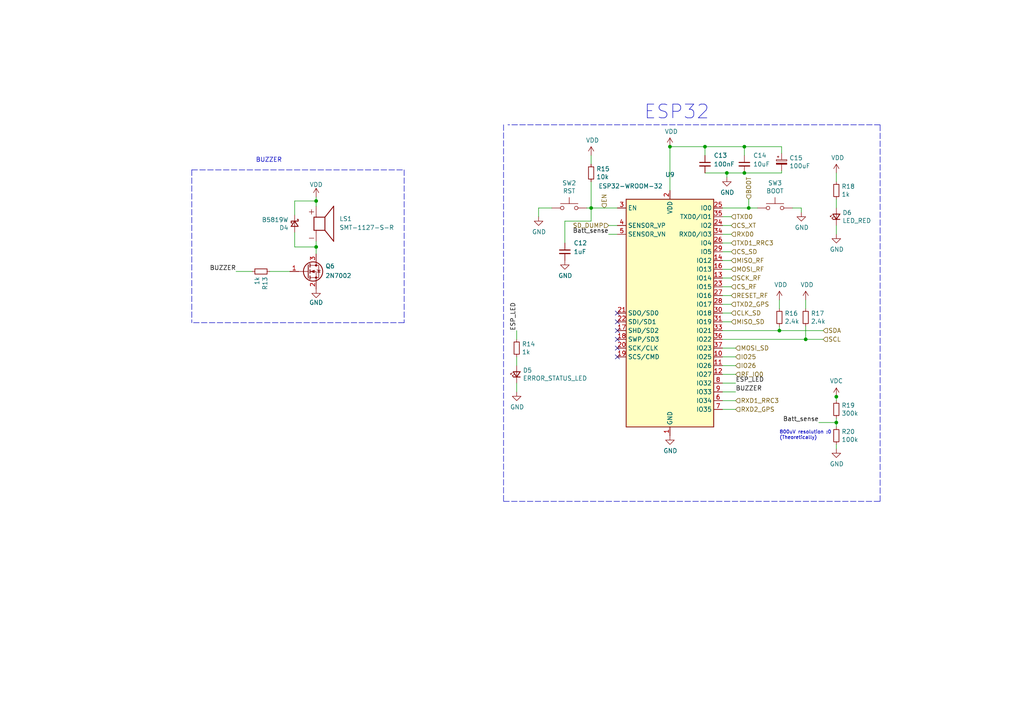
<source format=kicad_sch>
(kicad_sch (version 20211123) (generator eeschema)
  (paper "A4")
  (lib_symbols
    (symbol "Device:CP_Small" (pin_numbers hide) (pin_names (offset 0.254) hide)
      (property "Reference" "C" (at 0.254 1.778 0))
      (property "Value" "Device_CP_Small" (at 0.254 -2.032 0))
      (symbol "CP_Small_0_1"
        (rectangle (start -1.524 -0.3048) (end 1.524 -0.6858) (fill (type outline)))
        (rectangle (start -1.524 0.6858) (end 1.524 0.3048))
        (polyline (pts (xy -1.27 1.524) (xy -0.762 1.524)))
        (polyline (pts (xy -1.016 1.27) (xy -1.016 1.778)))
      )
      (symbol "CP_Small_1_1"
        (pin passive line (at 0 2.54 270) (length 1.8542) (name "~") (number "1"))
        (pin passive line (at 0 -2.54 90) (length 1.8542) (name "~") (number "2"))
      )
    )
    (symbol "Device:C_Small" (pin_numbers hide) (pin_names (offset 0.254) hide)
      (property "Reference" "C" (at 0.254 1.778 0))
      (property "Value" "C_Small" (at 0.254 -2.032 0))
      (symbol "C_Small_0_1"
        (polyline (pts (xy -1.524 -0.508) (xy 1.524 -0.508)) (stroke (width 0.3302)))
        (polyline (pts (xy -1.524 0.508) (xy 1.524 0.508)) (stroke (width 0.3048)))
      )
      (symbol "C_Small_1_1"
        (pin passive line (at 0 2.54 270) (length 2.032) (name "~") (number "1"))
        (pin passive line (at 0 -2.54 90) (length 2.032) (name "~") (number "2"))
      )
    )
    (symbol "Device:D_Schottky_Small" (pin_numbers hide) (pin_names (offset 0.254) hide)
      (property "Reference" "D" (at -1.27 2.032 0))
      (property "Value" "D_Schottky_Small" (at -7.112 -2.032 0))
      (symbol "D_Schottky_Small_0_1"
        (polyline (pts (xy -0.762 0) (xy 0.762 0)))
        (polyline (pts (xy 0.762 -1.016) (xy -0.762 0) (xy 0.762 1.016) (xy 0.762 -1.016)) (stroke (width 0.254)))
        (polyline (pts (xy -1.27 0.762) (xy -1.27 1.016) (xy -0.762 1.016) (xy -0.762 -1.016) (xy -0.254 -1.016) (xy -0.254 -0.762)) (stroke (width 0.254)))
      )
      (symbol "D_Schottky_Small_1_1"
        (pin passive line (at -2.54 0 0) (length 1.778) (name "K") (number "1"))
        (pin passive line (at 2.54 0 180) (length 1.778) (name "A") (number "2"))
      )
    )
    (symbol "Device:LED_Small" (pin_numbers hide) (pin_names (offset 0.254) hide)
      (property "Reference" "D" (at -1.27 3.175 0))
      (property "Value" "LED_Small" (at -4.445 -2.54 0))
      (symbol "LED_Small_0_1"
        (polyline (pts (xy -0.762 -1.016) (xy -0.762 1.016)) (stroke (width 0.254)))
        (polyline (pts (xy 1.016 0) (xy -0.762 0)))
        (polyline (pts (xy 0.762 -1.016) (xy -0.762 0) (xy 0.762 1.016) (xy 0.762 -1.016)) (stroke (width 0.254)))
        (polyline (pts (xy 0 0.762) (xy -0.508 1.27) (xy -0.254 1.27) (xy -0.508 1.27) (xy -0.508 1.016)))
        (polyline (pts (xy 0.508 1.27) (xy 0 1.778) (xy 0.254 1.778) (xy 0 1.778) (xy 0 1.524)))
      )
      (symbol "LED_Small_1_1"
        (pin passive line (at -2.54 0 0) (length 1.778) (name "K") (number "1"))
        (pin passive line (at 2.54 0 180) (length 1.778) (name "A") (number "2"))
      )
    )
    (symbol "Device:R_Small" (pin_numbers hide) (pin_names (offset 0.254) hide)
      (property "Reference" "R" (at 0.762 0.508 0))
      (property "Value" "R_Small" (at 0.762 -1.016 0))
      (symbol "R_Small_0_1"
        (rectangle (start -0.762 1.778) (end 0.762 -1.778) (stroke (width 0.2032)))
      )
      (symbol "R_Small_1_1"
        (pin passive line (at 0 2.54 270) (length 0.762) (name "~") (number "1"))
        (pin passive line (at 0 -2.54 90) (length 0.762) (name "~") (number "2"))
      )
    )
    (symbol "RF_Module:ESP32-WROOM-32"
      (property "Reference" "U" (at -12.7 34.29 0))
      (property "Value" "ESP32-WROOM-32" (at 1.27 34.29 0))
      (symbol "ESP32-WROOM-32_0_1"
        (rectangle (start -12.7 33.02) (end 12.7 -33.02) (stroke (width 0.254)) (fill (type background)))
      )
      (symbol "ESP32-WROOM-32_1_1"
        (pin power_in line (at 0 -35.56 90) (length 2.54) (name "GND") (number "1"))
        (pin bidirectional line (at 15.24 -12.7 180) (length 2.54) (name "IO25") (number "10"))
        (pin bidirectional line (at 15.24 -15.24 180) (length 2.54) (name "IO26") (number "11"))
        (pin bidirectional line (at 15.24 -17.78 180) (length 2.54) (name "IO27") (number "12"))
        (pin bidirectional line (at 15.24 10.16 180) (length 2.54) (name "IO14") (number "13"))
        (pin bidirectional line (at 15.24 15.24 180) (length 2.54) (name "IO12") (number "14"))
        (pin passive line (at 0 -35.56 90) (length 2.54) hide (name "GND") (number "15"))
        (pin bidirectional line (at 15.24 12.7 180) (length 2.54) (name "IO13") (number "16"))
        (pin bidirectional line (at -15.24 -5.08 0) (length 2.54) (name "SHD/SD2") (number "17"))
        (pin bidirectional line (at -15.24 -7.62 0) (length 2.54) (name "SWP/SD3") (number "18"))
        (pin bidirectional line (at -15.24 -12.7 0) (length 2.54) (name "SCS/CMD") (number "19"))
        (pin power_in line (at 0 35.56 270) (length 2.54) (name "VDD") (number "2"))
        (pin bidirectional line (at -15.24 -10.16 0) (length 2.54) (name "SCK/CLK") (number "20"))
        (pin bidirectional line (at -15.24 0 0) (length 2.54) (name "SDO/SD0") (number "21"))
        (pin bidirectional line (at -15.24 -2.54 0) (length 2.54) (name "SDI/SD1") (number "22"))
        (pin bidirectional line (at 15.24 7.62 180) (length 2.54) (name "IO15") (number "23"))
        (pin bidirectional line (at 15.24 25.4 180) (length 2.54) (name "IO2") (number "24"))
        (pin bidirectional line (at 15.24 30.48 180) (length 2.54) (name "IO0") (number "25"))
        (pin bidirectional line (at 15.24 20.32 180) (length 2.54) (name "IO4") (number "26"))
        (pin bidirectional line (at 15.24 5.08 180) (length 2.54) (name "IO16") (number "27"))
        (pin bidirectional line (at 15.24 2.54 180) (length 2.54) (name "IO17") (number "28"))
        (pin bidirectional line (at 15.24 17.78 180) (length 2.54) (name "IO5") (number "29"))
        (pin input line (at -15.24 30.48 0) (length 2.54) (name "EN") (number "3"))
        (pin bidirectional line (at 15.24 0 180) (length 2.54) (name "IO18") (number "30"))
        (pin bidirectional line (at 15.24 -2.54 180) (length 2.54) (name "IO19") (number "31"))
        (pin no_connect line (at -12.7 -27.94 0) (length 2.54) hide (name "NC") (number "32"))
        (pin bidirectional line (at 15.24 -5.08 180) (length 2.54) (name "IO21") (number "33"))
        (pin bidirectional line (at 15.24 22.86 180) (length 2.54) (name "RXD0/IO3") (number "34"))
        (pin bidirectional line (at 15.24 27.94 180) (length 2.54) (name "TXD0/IO1") (number "35"))
        (pin bidirectional line (at 15.24 -7.62 180) (length 2.54) (name "IO22") (number "36"))
        (pin bidirectional line (at 15.24 -10.16 180) (length 2.54) (name "IO23") (number "37"))
        (pin passive line (at 0 -35.56 90) (length 2.54) hide (name "GND") (number "38"))
        (pin passive line (at 0 -35.56 90) (length 2.54) hide (name "GND") (number "39"))
        (pin input line (at -15.24 25.4 0) (length 2.54) (name "SENSOR_VP") (number "4"))
        (pin input line (at -15.24 22.86 0) (length 2.54) (name "SENSOR_VN") (number "5"))
        (pin input line (at 15.24 -25.4 180) (length 2.54) (name "IO34") (number "6"))
        (pin input line (at 15.24 -27.94 180) (length 2.54) (name "IO35") (number "7"))
        (pin bidirectional line (at 15.24 -20.32 180) (length 2.54) (name "IO32") (number "8"))
        (pin bidirectional line (at 15.24 -22.86 180) (length 2.54) (name "IO33") (number "9"))
      )
    )
    (symbol "SMT-1127-S-R:SMT-1127-S-R" (pin_numbers hide) (pin_names (offset 1.016) hide)
      (property "Reference" "LS" (at -1.27 6.35 0))
      (property "Value" "SMT-1127-S-R" (at -1.27 -8.255 0))
      (symbol "SMT-1127-S-R_0_0"
        (polyline (pts (xy -3.175 -1.905) (xy -2.54 -1.905)) (stroke (width 0.254)))
        (polyline (pts (xy -3.175 1.905) (xy -3.175 -1.905)) (stroke (width 0.254)))
        (polyline (pts (xy -3.175 1.905) (xy -2.54 1.905)) (stroke (width 0.254)))
        (polyline (pts (xy -2.54 -2.54) (xy -2.54 -1.905)) (stroke (width 0.1524)))
        (polyline (pts (xy -2.54 -1.905) (xy 0 -1.905)) (stroke (width 0.254)))
        (polyline (pts (xy -2.54 1.905) (xy 0 1.905)) (stroke (width 0.254)))
        (polyline (pts (xy -2.54 2.54) (xy -2.54 1.905)) (stroke (width 0.1524)))
        (polyline (pts (xy 0 -1.905) (xy 0 1.905)) (stroke (width 0.254)))
        (polyline (pts (xy 0 -1.905) (xy 2.54 -5.08)) (stroke (width 0.254)))
        (polyline (pts (xy 0 1.905) (xy 2.54 5.08)) (stroke (width 0.254)))
        (polyline (pts (xy 2.54 -5.08) (xy 2.54 5.08)) (stroke (width 0.254)))
        (text "+" (at -5.08 2.54 0) (effects (font (size 1.778 1.778)) (justify left bottom)))
        (text "-" (at -5.08 -5.08 0) (effects (font (size 1.778 1.778)) (justify left bottom)))
        (pin passive line (at -2.54 -5.08 90) (length 2.54) (name "~") (number "N"))
        (pin passive line (at -2.54 5.08 270) (length 2.54) (name "~") (number "P"))
      )
    )
    (symbol "Switch:SW_Push" (pin_numbers hide) (pin_names (offset 1.016) hide)
      (property "Reference" "SW" (at 1.27 2.54 0))
      (property "Value" "SW_Push" (at 0 -1.524 0))
      (symbol "SW_Push_0_1"
        (circle (center -2.032 0) (radius 0.508))
        (polyline (pts (xy 0 1.27) (xy 0 3.048)))
        (polyline (pts (xy 2.54 1.27) (xy -2.54 1.27)))
        (circle (center 2.032 0) (radius 0.508))
        (pin passive line (at -5.08 0 0) (length 2.54) (name "1") (number "1"))
        (pin passive line (at 5.08 0 180) (length 2.54) (name "2") (number "2"))
      )
    )
    (symbol "Transistor_FET:2N7002" (pin_names hide)
      (property "Reference" "Q" (at 5.08 1.905 0))
      (property "Value" "2N7002" (at 5.08 0 0))
      (symbol "2N7002_0_1"
        (polyline (pts (xy 0.254 0) (xy -2.54 0)))
        (polyline (pts (xy 0.254 1.905) (xy 0.254 -1.905)) (stroke (width 0.254)))
        (polyline (pts (xy 0.762 -1.27) (xy 0.762 -2.286)) (stroke (width 0.254)))
        (polyline (pts (xy 0.762 0.508) (xy 0.762 -0.508)) (stroke (width 0.254)))
        (polyline (pts (xy 0.762 2.286) (xy 0.762 1.27)) (stroke (width 0.254)))
        (polyline (pts (xy 2.54 2.54) (xy 2.54 1.778)))
        (polyline (pts (xy 2.54 -2.54) (xy 2.54 0) (xy 0.762 0)))
        (polyline (pts (xy 0.762 -1.778) (xy 3.302 -1.778) (xy 3.302 1.778) (xy 0.762 1.778)))
        (polyline (pts (xy 1.016 0) (xy 2.032 0.381) (xy 2.032 -0.381) (xy 1.016 0)) (fill (type outline)))
        (polyline (pts (xy 2.794 0.508) (xy 2.921 0.381) (xy 3.683 0.381) (xy 3.81 0.254)))
        (polyline (pts (xy 3.302 0.381) (xy 2.921 -0.254) (xy 3.683 -0.254) (xy 3.302 0.381)))
        (circle (center 1.651 0) (radius 2.794) (stroke (width 0.254)))
        (circle (center 2.54 -1.778) (radius 0.254) (fill (type outline)))
        (circle (center 2.54 1.778) (radius 0.254) (fill (type outline)))
      )
      (symbol "2N7002_1_1"
        (pin input line (at -5.08 0 0) (length 2.54) (name "G") (number "1"))
        (pin passive line (at 2.54 -5.08 90) (length 2.54) (name "S") (number "2"))
        (pin passive line (at 2.54 5.08 270) (length 2.54) (name "D") (number "3"))
      )
    )
    (symbol "power:GND" (power) (pin_names (offset 0))
      (property "Value" "GND" (at 0 -3.81 0))
      (symbol "GND_0_1"
        (polyline (pts (xy 0 0) (xy 0 -1.27) (xy 1.27 -1.27) (xy 0 -2.54) (xy -1.27 -1.27) (xy 0 -1.27)))
      )
      (symbol "GND_1_1"
        (pin power_in line (at 0 0 270) (length 0) hide (name "GND") (number "1"))
      )
    )
    (symbol "power:VDC" (power) (pin_names (offset 0))
      (property "Value" "VDC" (at 0 6.35 0))
      (symbol "VDC_0_1"
        (polyline (pts (xy -0.762 1.27) (xy 0 2.54)))
        (polyline (pts (xy 0 0) (xy 0 2.54)))
        (polyline (pts (xy 0 2.54) (xy 0.762 1.27)))
      )
      (symbol "VDC_1_1"
        (pin power_in line (at 0 0 90) (length 0) hide (name "VDC") (number "1"))
      )
    )
    (symbol "power:VDD" (power) (pin_names (offset 0))
      (property "Value" "VDD" (at 0 3.81 0))
      (symbol "VDD_0_1"
        (polyline (pts (xy -0.762 1.27) (xy 0 2.54)))
        (polyline (pts (xy 0 0) (xy 0 2.54)))
        (polyline (pts (xy 0 2.54) (xy 0.762 1.27)))
      )
      (symbol "VDD_1_1"
        (pin power_in line (at 0 0 90) (length 0) hide (name "VDD") (number "1"))
      )
    )
  )
  (junction (at 171.45 60.325))
  (junction (at 217.17 60.325))
  (junction (at 204.47 42.545))
  (junction (at 215.9 42.545))
  (junction (at 91.694 71.628))
  (junction (at 210.82 50.165))
  (junction (at 91.694 58.293))
  (junction (at 215.9 50.165))
  (junction (at 194.31 42.545))
  (junction (at 233.68 98.425))
  (junction (at 242.57 115.062))
  (junction (at 242.57 122.555))
  (junction (at 226.06 95.885))
  (no_connect (at 179.07 103.505))
  (no_connect (at 179.07 90.805))
  (no_connect (at 179.07 98.425))
  (no_connect (at 179.07 100.965))
  (no_connect (at 179.07 93.345))
  (no_connect (at 179.07 95.885))
  (wire (pts (xy 226.695 50.165) (xy 215.9 50.165)))
  (wire (pts (xy 176.53 67.945) (xy 179.07 67.945)))
  (polyline (pts (xy 117.221 49.276) (xy 117.221 93.599)))
  (wire (pts (xy 194.31 42.545) (xy 194.31 55.245)))
  (wire (pts (xy 209.55 83.185) (xy 212.09 83.185)))
  (polyline (pts (xy 55.626 49.276) (xy 117.221 49.276)))
  (wire (pts (xy 215.9 42.545) (xy 215.9 45.085)))
  (wire (pts (xy 242.57 114.935) (xy 242.57 115.062)))
  (wire (pts (xy 242.57 122.555) (xy 242.57 123.825)))
  (wire (pts (xy 209.55 118.745) (xy 213.36 118.745)))
  (wire (pts (xy 171.45 52.705) (xy 171.45 60.325)))
  (wire (pts (xy 171.45 45.085) (xy 171.45 47.625)))
  (wire (pts (xy 85.471 71.628) (xy 91.694 71.628)))
  (wire (pts (xy 85.471 67.437) (xy 85.471 71.628)))
  (wire (pts (xy 209.55 73.025) (xy 212.09 73.025)))
  (wire (pts (xy 204.47 42.545) (xy 215.9 42.545)))
  (wire (pts (xy 78.232 78.74) (xy 84.074 78.74)))
  (polyline (pts (xy 55.626 49.276) (xy 55.626 93.599)))
  (wire (pts (xy 212.09 62.865) (xy 209.55 62.865)))
  (wire (pts (xy 68.453 78.74) (xy 73.152 78.74)))
  (polyline (pts (xy 255.27 145.415) (xy 255.27 36.195)))
  (wire (pts (xy 226.695 44.45) (xy 226.695 42.545)))
  (wire (pts (xy 209.55 88.265) (xy 212.09 88.265)))
  (wire (pts (xy 233.68 94.615) (xy 233.68 98.425)))
  (wire (pts (xy 213.36 111.125) (xy 209.55 111.125)))
  (wire (pts (xy 149.86 111.125) (xy 149.86 113.665)))
  (wire (pts (xy 242.57 65.405) (xy 242.57 67.945)))
  (wire (pts (xy 204.47 42.545) (xy 204.47 45.085)))
  (wire (pts (xy 85.471 58.293) (xy 85.471 62.357)))
  (wire (pts (xy 176.53 65.405) (xy 179.07 65.405)))
  (wire (pts (xy 91.694 69.977) (xy 91.694 71.628)))
  (wire (pts (xy 171.45 64.135) (xy 171.45 60.325)))
  (wire (pts (xy 170.18 60.325) (xy 171.45 60.325)))
  (wire (pts (xy 242.57 115.062) (xy 242.57 116.205)))
  (wire (pts (xy 242.57 50.165) (xy 242.57 52.705)))
  (wire (pts (xy 229.87 60.325) (xy 232.41 60.325)))
  (polyline (pts (xy 146.05 145.415) (xy 255.27 145.415)))
  (wire (pts (xy 91.694 58.293) (xy 85.471 58.293)))
  (wire (pts (xy 212.09 67.945) (xy 209.55 67.945)))
  (wire (pts (xy 209.55 98.425) (xy 233.68 98.425)))
  (wire (pts (xy 209.55 65.405) (xy 212.09 65.405)))
  (wire (pts (xy 156.21 60.325) (xy 160.02 60.325)))
  (wire (pts (xy 237.49 122.555) (xy 242.57 122.555)))
  (wire (pts (xy 91.694 58.293) (xy 91.694 59.817)))
  (wire (pts (xy 209.55 60.325) (xy 217.17 60.325)))
  (wire (pts (xy 233.68 98.425) (xy 238.76 98.425)))
  (wire (pts (xy 226.06 86.995) (xy 226.06 89.535)))
  (wire (pts (xy 210.82 50.165) (xy 210.82 51.435)))
  (wire (pts (xy 215.9 42.545) (xy 226.695 42.545)))
  (wire (pts (xy 232.41 60.325) (xy 232.41 61.595)))
  (wire (pts (xy 171.45 60.325) (xy 179.07 60.325)))
  (wire (pts (xy 226.06 94.615) (xy 226.06 95.885)))
  (wire (pts (xy 209.55 93.345) (xy 212.09 93.345)))
  (wire (pts (xy 233.68 86.995) (xy 233.68 89.535)))
  (wire (pts (xy 242.57 57.785) (xy 242.57 60.325)))
  (wire (pts (xy 212.09 80.645) (xy 209.55 80.645)))
  (wire (pts (xy 209.55 85.725) (xy 212.09 85.725)))
  (wire (pts (xy 91.694 71.628) (xy 91.694 73.66)))
  (wire (pts (xy 163.83 64.135) (xy 163.83 70.485)))
  (wire (pts (xy 204.47 50.165) (xy 210.82 50.165)))
  (wire (pts (xy 209.55 108.585) (xy 213.36 108.585)))
  (wire (pts (xy 156.21 62.865) (xy 156.21 60.325)))
  (wire (pts (xy 209.55 100.965) (xy 213.36 100.965)))
  (wire (pts (xy 209.55 116.205) (xy 213.36 116.205)))
  (wire (pts (xy 217.17 57.785) (xy 217.17 60.325)))
  (wire (pts (xy 209.55 70.485) (xy 212.09 70.485)))
  (polyline (pts (xy 255.27 36.195) (xy 147.32 36.195)))
  (wire (pts (xy 242.57 128.905) (xy 242.57 130.175)))
  (polyline (pts (xy 146.05 36.195) (xy 146.05 145.415)))
  (wire (pts (xy 209.55 106.045) (xy 213.36 106.045)))
  (wire (pts (xy 212.09 75.565) (xy 209.55 75.565)))
  (polyline (pts (xy 117.221 93.599) (xy 55.626 93.599)))
  (wire (pts (xy 210.82 50.165) (xy 215.9 50.165)))
  (wire (pts (xy 217.17 60.325) (xy 219.71 60.325)))
  (wire (pts (xy 209.55 90.805) (xy 212.09 90.805)))
  (wire (pts (xy 91.694 57.15) (xy 91.694 58.293)))
  (wire (pts (xy 209.55 78.105) (xy 212.09 78.105)))
  (wire (pts (xy 242.57 121.285) (xy 242.57 122.555)))
  (wire (pts (xy 194.31 42.545) (xy 204.47 42.545)))
  (wire (pts (xy 163.83 64.135) (xy 171.45 64.135)))
  (wire (pts (xy 209.55 113.665) (xy 213.36 113.665)))
  (wire (pts (xy 226.06 95.885) (xy 238.76 95.885)))
  (wire (pts (xy 149.86 103.505) (xy 149.86 106.045)))
  (wire (pts (xy 209.55 95.885) (xy 226.06 95.885)))
  (wire (pts (xy 149.86 95.885) (xy 149.86 98.425)))
  (wire (pts (xy 226.695 49.53) (xy 226.695 50.165)))
  (wire (pts (xy 213.36 103.505) (xy 209.55 103.505)))
  (text "BUZZER" (at 74.168 47.244 0) (effects (font (size 1.27 1.27)) (justify left bottom)))
  (text "ESP32" (at 186.69 34.925 0) (effects (font (size 3.9878 3.9878)) (justify left bottom)))
  (text "800uV resolution :0\n(Theoretically)" (at 226.06 127.635 0) (effects (font (size 0.9906 0.9906)) (justify left bottom)))
  (label "ESP_LED" (at 213.36 111.125 0))
  (label "BUZZER" (at 213.36 113.665 0))
  (label "ESP_LED" (at 149.86 95.885 90))
  (label "Batt_sense" (at 237.49 122.555 180))
  (label "Batt_sense" (at 176.53 67.945 180))
  (label "BUZZER" (at 68.453 78.74 180))
  (hierarchical_label "SD_DUMP" (shape input) (at 176.53 65.405 180))
  (hierarchical_label "RXD2_GPS" (shape input) (at 213.36 118.745 0))
  (hierarchical_label "IO25" (shape input) (at 213.36 103.505 0))
  (hierarchical_label "TXD2_GPS" (shape input) (at 212.09 88.265 0))
  (hierarchical_label "EN" (shape input) (at 175.26 60.325 90))
  (hierarchical_label "MISO_RF" (shape input) (at 212.09 75.565 0))
  (hierarchical_label "SCL" (shape input) (at 238.76 98.425 0))
  (hierarchical_label "MOSI_RF" (shape input) (at 212.09 78.105 0))
  (hierarchical_label "CS_RF" (shape input) (at 212.09 83.185 0))
  (hierarchical_label "SDA" (shape input) (at 238.76 95.885 0))
  (hierarchical_label "MOSI_SD" (shape input) (at 213.36 100.965 0))
  (hierarchical_label "TXD0" (shape input) (at 212.09 62.865 0))
  (hierarchical_label "BOOT" (shape input) (at 217.17 57.785 90))
  (hierarchical_label "RESET_RF" (shape input) (at 212.09 85.725 0))
  (hierarchical_label "RXD1_RRC3" (shape input) (at 213.36 116.205 0))
  (hierarchical_label "RXD0" (shape input) (at 212.09 67.945 0))
  (hierarchical_label "RF_IO0" (shape input) (at 213.36 108.585 0))
  (hierarchical_label "MISO_SD" (shape input) (at 212.09 93.345 0))
  (hierarchical_label "TXD1_RRC3" (shape input) (at 212.09 70.485 0))
  (hierarchical_label "SCK_RF" (shape input) (at 212.09 80.645 0))
  (hierarchical_label "CS_SD" (shape input) (at 212.09 73.025 0))
  (hierarchical_label "IO26" (shape input) (at 213.36 106.045 0))
  (hierarchical_label "CS_XT" (shape input) (at 212.09 65.405 0))
  (hierarchical_label "CLK_SD" (shape input) (at 212.09 90.805 0))
  (symbol (lib_id "power:VDD") (at 226.06 86.995 0) (unit 1)
    (property "Reference" "#PWR0150" (effects hide))
    (property "Value" "VDD" (at 226.441 82.6008 0))
  )
  (symbol (lib_id "SMT-1127-S-R:SMT-1127-S-R") (at 94.234 64.897 0) (unit 1)
    (property "Reference" "LS1" (at 98.425 63.4656 0) (effects (justify left)))
    (property "Value" "SMT-1127-S-R" (at 98.425 66.0056 0) (effects (justify left)))
    (property "Footprint" "Local_footprints:XDCR_SMT-1127-S-R" (effects hide))
    (property "STANDARD" "Manufacturer Recommendations" (effects hide))
    (property "PARTREV" "2014/08/05" (effects hide))
    (property "MANUFACTURER" "Pui Audio" (effects hide))
    (property "MAXIMUM_PACKAGE_HEIGHT" "2.7 mm" (effects hide))
  )
  (symbol (lib_id "power:VDD") (at 91.694 57.15 0) (unit 1)
    (property "Reference" "#PWR0174" (effects hide))
    (property "Value" "VDD" (at 91.694 53.5454 0))
  )
  (symbol (lib_id "Device:LED_Small") (at 242.57 62.865 90) (unit 1)
    (property "Reference" "D6" (at 244.348 61.6966 90) (effects (justify right)))
    (property "Value" "LED_RED" (at 244.348 64.008 90) (effects (justify right)))
    (property "Footprint" "LED_SMD:LED_0603_1608Metric" (effects hide))
  )
  (symbol (lib_id "Device:CP_Small") (at 226.695 46.99 0) (unit 1)
    (property "Reference" "C15" (at 228.9302 45.8216 0) (effects (justify left)))
    (property "Value" "100uF" (at 228.9302 48.133 0) (effects (justify left)))
    (property "Footprint" "Capacitor_Tantalum_SMD:CP_EIA-3528-21_Kemet-B" (effects hide))
  )
  (symbol (lib_id "Device:R_Small") (at 242.57 126.365 0) (unit 1)
    (property "Reference" "R20" (at 244.0686 125.1966 0) (effects (justify left)))
    (property "Value" "100k" (at 244.0686 127.508 0) (effects (justify left)))
    (property "Footprint" "Resistor_SMD:R_0603_1608Metric" (effects hide))
  )
  (symbol (lib_id "power:GND") (at 91.694 83.82 0) (unit 1)
    (property "Reference" "#PWR0173" (effects hide))
    (property "Value" "GND" (at 91.694 87.7476 0))
  )
  (symbol (lib_id "power:GND") (at 242.57 130.175 0) (unit 1)
    (property "Reference" "#PWR0147" (effects hide))
    (property "Value" "GND" (at 242.697 134.5692 0))
  )
  (symbol (lib_id "power:GND") (at 156.21 62.865 0) (unit 1)
    (property "Reference" "#PWR0153" (effects hide))
    (property "Value" "GND" (at 156.337 67.2592 0))
  )
  (symbol (lib_id "Transistor_FET:2N7002") (at 89.154 78.74 0) (unit 1)
    (property "Reference" "Q6" (at 94.3611 77.1965 0) (effects (justify left)))
    (property "Value" "2N7002" (at 94.3611 79.9716 0) (effects (justify left)))
    (property "Footprint" "Package_TO_SOT_SMD:SOT-23" (effects hide))
    (property "Datasheet" "https://www.onsemi.com/pub/Collateral/NDS7002A-D.PDF" (effects hide))
  )
  (symbol (lib_id "Device:R_Small") (at 149.86 100.965 0) (unit 1)
    (property "Reference" "R14" (at 151.3586 99.7966 0) (effects (justify left)))
    (property "Value" "1k" (at 151.3586 102.108 0) (effects (justify left)))
    (property "Footprint" "Resistor_SMD:R_0603_1608Metric" (effects hide))
  )
  (symbol (lib_id "Device:C_Small") (at 204.47 47.625 0) (unit 1)
    (property "Reference" "C13" (at 207.01 45.085 0) (effects (justify left)))
    (property "Value" "100nF" (at 207.01 47.625 0) (effects (justify left)))
    (property "Footprint" "Capacitor_SMD:C_0603_1608Metric" (effects hide))
  )
  (symbol (lib_id "power:GND") (at 149.86 113.665 0) (unit 1)
    (property "Reference" "#PWR0154" (effects hide))
    (property "Value" "GND" (at 149.987 118.0592 0))
  )
  (symbol (lib_id "power:GND") (at 232.41 61.595 0) (unit 1)
    (property "Reference" "#PWR0149" (effects hide))
    (property "Value" "GND" (at 232.537 65.9892 0))
  )
  (symbol (lib_id "Device:R_Small") (at 226.06 92.075 0) (unit 1)
    (property "Reference" "R16" (at 227.5586 90.9066 0) (effects (justify left)))
    (property "Value" "2.4k" (at 227.5586 93.218 0) (effects (justify left)))
    (property "Footprint" "Resistor_SMD:R_0603_1608Metric" (effects hide))
  )
  (symbol (lib_id "Device:R_Small") (at 233.68 92.075 0) (unit 1)
    (property "Reference" "R17" (at 235.1786 90.9066 0) (effects (justify left)))
    (property "Value" "2.4k" (at 235.1786 93.218 0) (effects (justify left)))
    (property "Footprint" "Resistor_SMD:R_0603_1608Metric" (effects hide))
  )
  (symbol (lib_id "Device:D_Schottky_Small") (at 85.471 64.897 270) (unit 1)
    (property "Reference" "D4" (at 83.693 66.0654 90) (effects (justify right)))
    (property "Value" "B5819W" (at 83.693 63.754 90) (effects (justify right)))
    (property "Footprint" "Diode_SMD:D_SOD-123" (effects hide))
  )
  (symbol (lib_id "Device:R_Small") (at 171.45 50.165 0) (unit 1)
    (property "Reference" "R15" (at 172.9486 48.9966 0) (effects (justify left)))
    (property "Value" "10k" (at 172.9486 51.308 0) (effects (justify left)))
    (property "Footprint" "Resistor_SMD:R_0603_1608Metric" (effects hide))
  )
  (symbol (lib_id "Device:R_Small") (at 75.692 78.74 270) (unit 1)
    (property "Reference" "R13" (at 76.8604 80.2386 0) (effects (justify left)))
    (property "Value" "1k" (at 74.549 80.2386 0) (effects (justify left)))
    (property "Footprint" "Resistor_SMD:R_0603_1608Metric" (effects hide))
  )
  (symbol (lib_id "RF_Module:ESP32-WROOM-32") (at 194.31 90.805 0) (unit 1)
    (property "Reference" "U9" (at 194.31 50.6476 0))
    (property "Value" "ESP32-WROOM-32" (at 182.88 53.975 0))
    (property "Footprint" "RF_Module:ESP32-WROOM-32" (effects hide))
    (property "Datasheet" "https://www.espressif.com/sites/default/files/documentation/esp32-wroom-32_datasheet_en.pdf" (effects hide))
  )
  (symbol (lib_id "power:GND") (at 242.57 67.945 0) (unit 1)
    (property "Reference" "#PWR0146" (effects hide))
    (property "Value" "GND" (at 242.697 72.3392 0))
  )
  (symbol (lib_id "power:VDD") (at 233.68 86.995 0) (unit 1)
    (property "Reference" "#PWR0151" (effects hide))
    (property "Value" "VDD" (at 234.061 82.6008 0))
  )
  (symbol (lib_id "Switch:SW_Push") (at 165.1 60.325 0) (unit 1)
    (property "Reference" "SW2" (at 165.1 53.086 0))
    (property "Value" "RST" (at 165.1 55.3974 0))
    (property "Footprint" "Button_Switch_SMD:SW_Push_1P1T_NO_CK_KSC6xxJ" (effects hide))
  )
  (symbol (lib_id "power:GND") (at 194.31 126.365 0) (unit 1)
    (property "Reference" "#PWR0155" (effects hide))
    (property "Value" "GND" (at 194.437 130.7592 0))
  )
  (symbol (lib_id "power:GND") (at 210.82 51.435 0) (unit 1)
    (property "Reference" "#PWR0156" (effects hide))
    (property "Value" "GND" (at 210.947 55.8292 0))
  )
  (symbol (lib_id "Device:LED_Small") (at 149.86 108.585 90) (unit 1)
    (property "Reference" "D5" (at 151.638 107.4166 90) (effects (justify right)))
    (property "Value" "ERROR_STATUS_LED" (at 151.638 109.728 90) (effects (justify right)))
    (property "Footprint" "LED_SMD:LED_0603_1608Metric" (effects hide))
  )
  (symbol (lib_id "power:VDD") (at 194.31 42.545 0) (unit 1)
    (property "Reference" "#PWR0158" (effects hide))
    (property "Value" "VDD" (at 194.691 38.1508 0))
  )
  (symbol (lib_id "Device:C_Small") (at 163.83 73.025 0) (unit 1)
    (property "Reference" "C12" (at 166.37 70.485 0) (effects (justify left)))
    (property "Value" "1uF" (at 166.37 73.025 0) (effects (justify left)))
    (property "Footprint" "Capacitor_SMD:C_0603_1608Metric" (effects hide))
  )
  (symbol (lib_id "power:VDC") (at 242.57 115.062 0) (unit 1)
    (property "Reference" "#PWR0159" (effects hide))
    (property "Value" "VDC" (at 242.57 110.49 0))
  )
  (symbol (lib_id "power:VDD") (at 171.45 45.085 0) (unit 1)
    (property "Reference" "#PWR0157" (effects hide))
    (property "Value" "VDD" (at 171.831 40.6908 0))
  )
  (symbol (lib_id "Switch:SW_Push") (at 224.79 60.325 0) (unit 1)
    (property "Reference" "SW3" (at 224.79 53.086 0))
    (property "Value" "BOOT" (at 224.79 55.3974 0))
    (property "Footprint" "Button_Switch_SMD:SW_Push_1P1T_NO_CK_KSC6xxJ" (effects hide))
  )
  (symbol (lib_id "Device:R_Small") (at 242.57 55.245 0) (unit 1)
    (property "Reference" "R18" (at 244.0686 54.0766 0) (effects (justify left)))
    (property "Value" "1k" (at 244.0686 56.388 0) (effects (justify left)))
    (property "Footprint" "Resistor_SMD:R_0603_1608Metric" (effects hide))
  )
  (symbol (lib_id "power:GND") (at 163.83 75.565 0) (unit 1)
    (property "Reference" "#PWR0152" (effects hide))
    (property "Value" "GND" (at 163.957 79.9592 0))
  )
  (symbol (lib_id "power:VDD") (at 242.57 50.165 0) (unit 1)
    (property "Reference" "#PWR0148" (effects hide))
    (property "Value" "VDD" (at 242.951 45.7708 0))
  )
  (symbol (lib_id "Device:C_Small") (at 215.9 47.625 0) (unit 1)
    (property "Reference" "C14" (at 218.44 45.085 0) (effects (justify left)))
    (property "Value" "10uF" (at 218.44 47.625 0) (effects (justify left)))
    (property "Footprint" "Capacitor_SMD:C_0603_1608Metric" (effects hide))
  )
  (symbol (lib_id "Device:R_Small") (at 242.57 118.745 0) (unit 1)
    (property "Reference" "R19" (at 244.0686 117.5766 0) (effects (justify left)))
    (property "Value" "300k" (at 244.0686 119.888 0) (effects (justify left)))
    (property "Footprint" "Resistor_SMD:R_0603_1608Metric" (effects hide))
  )
)
</source>
